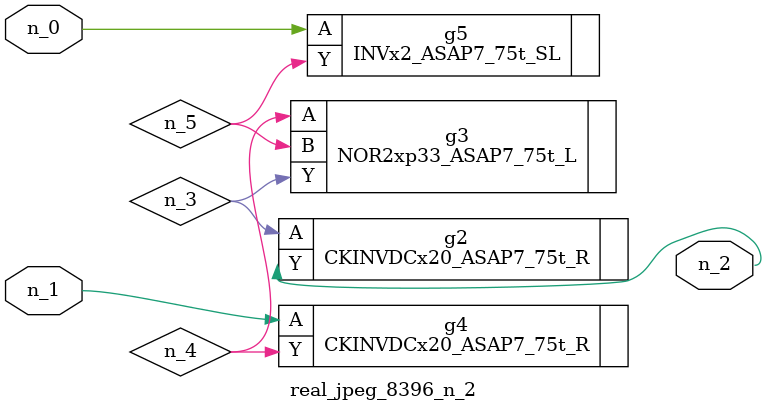
<source format=v>
module real_jpeg_8396_n_2 (n_1, n_0, n_2);

input n_1;
input n_0;

output n_2;

wire n_5;
wire n_4;
wire n_3;

INVx2_ASAP7_75t_SL g5 ( 
.A(n_0),
.Y(n_5)
);

CKINVDCx20_ASAP7_75t_R g4 ( 
.A(n_1),
.Y(n_4)
);

CKINVDCx20_ASAP7_75t_R g2 ( 
.A(n_3),
.Y(n_2)
);

NOR2xp33_ASAP7_75t_L g3 ( 
.A(n_4),
.B(n_5),
.Y(n_3)
);


endmodule
</source>
